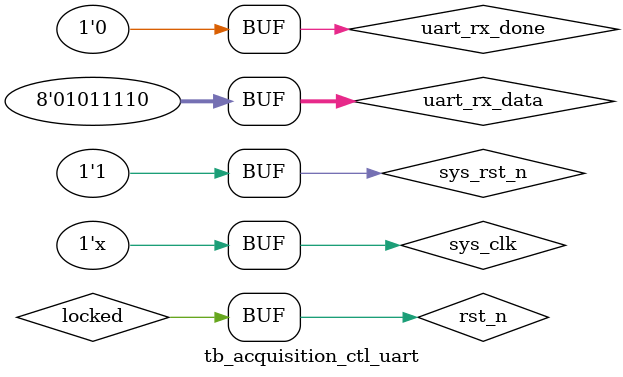
<source format=v>
`timescale 1ns / 1ps


module tb_acquisition_ctl_uart ();
  // parameter define
  parameter CLK_PERIOD = 20;

  // reg define
  reg        sys_clk;
  reg        sys_rst_n;

  reg        uart_rx_done;
  reg  [7:0] uart_rx_data;

  // wire define
  wire       clk_50m;  // 50MHz clock
  wire       clk_25m;  // 25MHz clock
  wire       locked;  // pll lock signal
  wire       rst_n;  // reset signal, active low

  // initial block
  initial begin
    sys_clk = 1'b0;
    sys_rst_n = 1'b0;
    uart_rx_done = 1'b0;
    uart_rx_data = 8'h00;
    #20 sys_rst_n = 1'b1;
    // trigger threshold control
    #150000 uart_rx_data <= 8'h55;  // header
    uart_rx_done <= 1'b1;
    #20 uart_rx_done <= 1'b0;
    #150000 uart_rx_data <= 8'h02;  // packet type
    uart_rx_done <= 1'b1;
    #20 uart_rx_done <= 1'b0;
    #150000 uart_rx_data <= 8'd1;  // data length
    uart_rx_done <= 1'b1;
    #20 uart_rx_done <= 1'b0;
    #150000 uart_rx_data <= 8'd200;  // data
    uart_rx_done <= 1'b1;
    #20 uart_rx_done <= 1'b0;
    #150000 uart_rx_data <= 8'd32;  // checksum
    uart_rx_done <= 1'b1;
    #20 uart_rx_done <= 1'b0;
    // trigger slope control
    #150000 uart_rx_data <= 8'h55;  // header
    uart_rx_done <= 1'b1;
    #20 uart_rx_done <= 1'b0;
    #150000 uart_rx_data <= 8'h03;  // packet type
    uart_rx_done <= 1'b1;
    #20 uart_rx_done <= 1'b0;
    #150000 uart_rx_data <= 8'd1;  // data length
    uart_rx_done <= 1'b1;
    #20 uart_rx_done <= 1'b0;
    #150000 uart_rx_data <= 8'd0;  // data
    uart_rx_done <= 1'b1;
    #20 uart_rx_done <= 1'b0;
    #150000 uart_rx_data <= 8'd89;  // checksum
    uart_rx_done <= 1'b1;
    #20 uart_rx_done <= 1'b0;
    // trigger position control
    #150000 uart_rx_data <= 8'h55;  // header
    uart_rx_done <= 1'b1;
    #20 uart_rx_done <= 1'b0;
    #150000 uart_rx_data <= 8'h04;  // packet type
    uart_rx_done <= 1'b1;
    #20 uart_rx_done <= 1'b0;
    #150000 uart_rx_data <= 8'd1;  // data length
    uart_rx_done <= 1'b1;
    #20 uart_rx_done <= 1'b0;
    #150000 uart_rx_data <= 8'd2;  // data
    uart_rx_done <= 1'b1;
    #20 uart_rx_done <= 1'b0;
    #150000 uart_rx_data <= 8'd92;  // checksum
    uart_rx_done <= 1'b1;
    #20 uart_rx_done <= 1'b0;
    // trigger position control
    #150000 uart_rx_data <= 8'h55;  // header
    uart_rx_done <= 1'b1;
    #20 uart_rx_done <= 1'b0;
    #150000 uart_rx_data <= 8'h05;  // packet type
    uart_rx_done <= 1'b1;
    #20 uart_rx_done <= 1'b0;
    #150000 uart_rx_data <= 8'd1;  // data length
    uart_rx_done <= 1'b1;
    #20 uart_rx_done <= 1'b0;
    #150000 uart_rx_data <= 8'd1;  // data
    uart_rx_done <= 1'b1;
    #20 uart_rx_done <= 1'b0;
    #150000 uart_rx_data <= 8'd92;  // checksum
    uart_rx_done <= 1'b1;
    #20 uart_rx_done <= 1'b0;
    // acquisition pulse select control
    #150000 uart_rx_data <= 8'h55;  // header
    uart_rx_done <= 1'b1;
    #20 uart_rx_done <= 1'b0;
    #150000 uart_rx_data <= 8'h06;  // packet type
    uart_rx_done <= 1'b1;
    #20 uart_rx_done <= 1'b0;
    #150000 uart_rx_data <= 8'd1;  // data length
    uart_rx_done <= 1'b1;
    #20 uart_rx_done <= 1'b0;
    #150000 uart_rx_data <= 8'd4;  // data
    uart_rx_done <= 1'b1;
    #20 uart_rx_done <= 1'b0;
    #150000 uart_rx_data <= 8'd96;  // checksum
    uart_rx_done <= 1'b1;
    #20 uart_rx_done <= 1'b0;
    // acquisition enable control
    #150000 uart_rx_data <= 8'h55;  // header
    uart_rx_done <= 1'b1;
    #20 uart_rx_done <= 1'b0;
    #150000 uart_rx_data <= 8'h07;  // packet type
    uart_rx_done <= 1'b1;
    #20 uart_rx_done <= 1'b0;
    #150000 uart_rx_data <= 8'd1;  // data length
    uart_rx_done <= 1'b1;
    #20 uart_rx_done <= 1'b0;
    #150000 uart_rx_data <= 8'd1;  // data
    uart_rx_done <= 1'b1;
    #20 uart_rx_done <= 1'b0;
    #150000 uart_rx_data <= 8'd94;  // checksum
    uart_rx_done <= 1'b1;
    #20 uart_rx_done <= 1'b0;
  end

  // main code

  assign rst_n = sys_rst_n & locked; // generate a new reset signal from system reset and pll lock signal

  //clock gen
  always #(CLK_PERIOD / 2) sys_clk = ~sys_clk;  // 50MHz

  // pll
  clk_wiz_0 clk_wiz_tb_au (
      .clk_50m     (clk_50m),  // 50MHz clock
      .clk_25m     (clk_25m),  // 25MHz clock
      .clk_25m_120d(),         // 25MHz clock 120 degree phase shift
      .locked      (locked),   // pll lock signal
      .clk_in1     (sys_clk)   // input clock
  );

  // acquisition_ctl_uart
  acquisition_ctl_uart acquisition_ctl_uart_tb0 (
      .clk_50m(clk_50m),
      .sys_rst_n(rst_n),
      .uart_rx_done(uart_rx_done),
      .uart_rx_data(uart_rx_data),
      .trigger_threshold(),
      .trigger_is_rising_slope(),
      .trigger_position(),
      .trigger_channel(),
      .acquisition_pulse_sel(),
      .acquisition_en(),
      .parse_completed(),
      .parse_result(),
      .parse_cmd()
  );
endmodule

</source>
